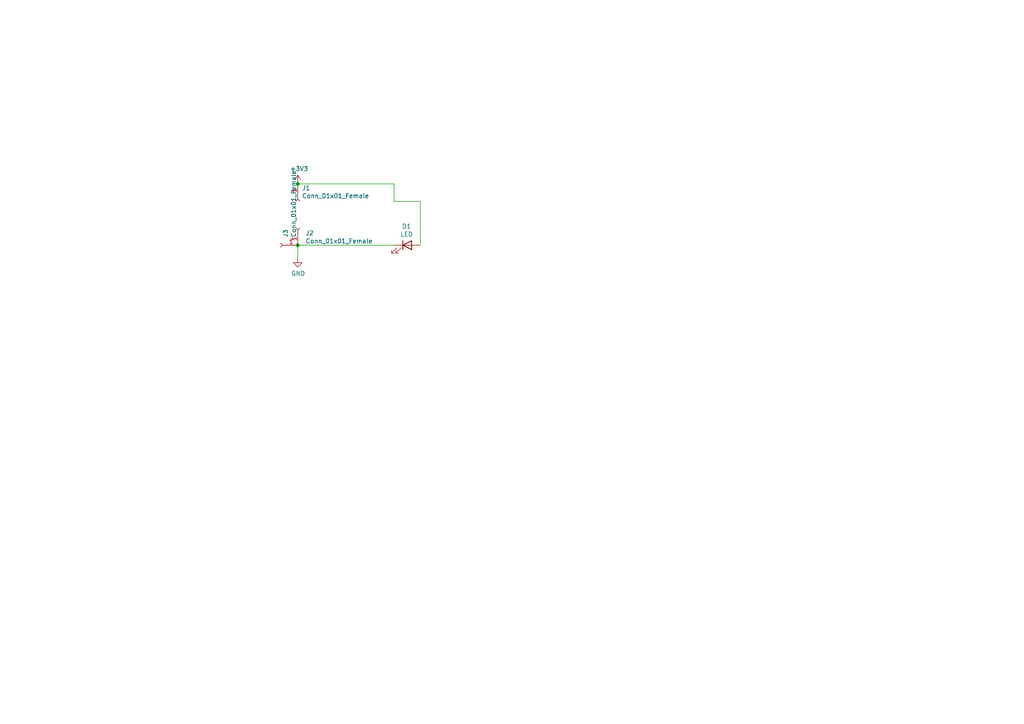
<source format=kicad_sch>
(kicad_sch (version 20200602) (host eeschema "(5.99.0-1908-g4357c1d3b)")
  (page 1 1)
  (paper "A4")
  (lib_symbols
    (symbol "Connector:Conn_01x01_Female" (pin_names hide)
      (property "Reference" "J" (at 0 2.54 0))
      (property "Value" "Conn_01x01_Female" (at 0 -2.54 0))
      (symbol "Conn_01x01_Female_1_1"
        (arc (start 0 0.508) (end 0 -0.508) (radius (at 0 0) (length 0.508) (angles 90.1 -90.1)) (stroke (width 0.1524)))
        (polyline (pts (xy -1.27 0) (xy -0.508 0)) (stroke (width 0.1524)))
        (pin passive line (at -5.08 0 0) (length 3.81) (name "Pin_1") (number "1"))
      )
    )
    (symbol "Device:LED" (pin_numbers hide) (pin_names hide)
      (property "Reference" "D" (at 0 2.54 0))
      (property "Value" "LED" (at 0 -2.54 0))
      (symbol "LED_0_1"
        (polyline (pts (xy -1.27 -1.27) (xy -1.27 1.27)) (stroke (width 0.254)))
        (polyline (pts (xy -1.27 0) (xy 1.27 0)))
        (polyline (pts (xy 1.27 -1.27) (xy 1.27 1.27) (xy -1.27 0) (xy 1.27 -1.27)) (stroke (width 0.254)))
        (polyline (pts (xy -3.048 -0.762) (xy -4.572 -2.286) (xy -3.81 -2.286) (xy -4.572 -2.286) (xy -4.572 -1.524)))
        (polyline (pts (xy -1.778 -0.762) (xy -3.302 -2.286) (xy -2.54 -2.286) (xy -3.302 -2.286) (xy -3.302 -1.524)))
      )
      (symbol "LED_1_1"
        (pin passive line (at -3.81 0 0) (length 2.54) (name "K") (number "1"))
        (pin passive line (at 3.81 0 180) (length 2.54) (name "A") (number "2"))
      )
    )
    (symbol "power:+3.3V" (power) (pin_names (offset 0))
      (property "Value" "+3.3V" (at 0 3.556 0))
      (symbol "+3.3V_0_1"
        (polyline (pts (xy -0.762 1.27) (xy 0 2.54)))
        (polyline (pts (xy 0 0) (xy 0 2.54)))
        (polyline (pts (xy 0 2.54) (xy 0.762 1.27)))
      )
      (symbol "+3.3V_1_1"
        (pin power_in line (at 0 0 90) (length 0) hide (name "+3V3") (number "1"))
      )
    )
    (symbol "power:GND" (power) (pin_names (offset 0))
      (property "Value" "GND" (at 0 -3.81 0))
      (symbol "GND_0_1"
        (polyline (pts (xy 0 0) (xy 0 -1.27) (xy 1.27 -1.27) (xy 0 -2.54) (xy -1.27 -1.27) (xy 0 -1.27)))
      )
      (symbol "GND_1_1"
        (pin power_in line (at 0 0 270) (length 0) hide (name "GND") (number "1"))
      )
    )
  )
  (junction (at 86.36 53.34))
  (junction (at 86.36 71.12))
  (wire (pts (xy 86.36 53.34) (xy 114.3 53.34)))
  (wire (pts (xy 86.36 71.12) (xy 86.36 74.93)))
  (wire (pts (xy 86.36 71.12) (xy 110.49 71.12)))
  (wire (pts (xy 110.49 71.12) (xy 114.3 71.12)))
  (wire (pts (xy 114.3 53.34) (xy 114.3 58.42)))
  (wire (pts (xy 114.3 58.42) (xy 121.92 58.42)))
  (wire (pts (xy 121.92 58.42) (xy 121.92 71.12)))
  (symbol (lib_id "power:+3.3V") (at 86.36 53.34 0) (unit 1)
    (property "Reference" "#PWR0101" (effects hide))
    (property "Value" "+3.3V" (at 86.741 48.9458 0))
  )
  (symbol (lib_id "power:GND") (at 86.36 74.93 0) (unit 1)
    (property "Reference" "#PWR0102" (effects hide))
    (property "Value" "GND" (at 86.487 79.3242 0))
  )
  (symbol (lib_id "Connector:Conn_01x01_Female") (at 81.28 71.12 180) (unit 1)
    (property "Reference" "J3" (at 82.8548 68.8848 90) (effects (justify right)))
    (property "Value" "Conn_01x01_Female" (at 85.1662 68.8848 90) (effects (justify right)))
    (property "Footprint" "Symbol:OSHW-Logo2_7.3x6mm_Copper" (effects hide))
  )
  (symbol (lib_id "Connector:Conn_01x01_Female") (at 86.36 58.42 270) (unit 1)
    (property "Reference" "J1" (at 87.5792 54.5084 90) (effects (justify left)))
    (property "Value" "Conn_01x01_Female" (at 87.5792 56.8198 90) (effects (justify left)))
    (property "Footprint" "Symbol:OSHW-Logo2_7.3x6mm_Copper" (effects hide))
  )
  (symbol (lib_id "Connector:Conn_01x01_Female") (at 86.36 66.04 90) (unit 1)
    (property "Reference" "J2" (at 88.5952 67.6148 90) (effects (justify right)))
    (property "Value" "Conn_01x01_Female" (at 88.5952 69.9262 90) (effects (justify right)))
    (property "Footprint" "Symbol:OSHW-Logo2_7.3x6mm_Copper" (effects hide))
  )
  (symbol (lib_id "Device:LED") (at 118.11 71.12 0) (unit 1)
    (property "Reference" "D1" (at 117.9322 65.6336 0))
    (property "Value" "LED" (at 117.9322 67.945 0))
    (property "Footprint" "LED_SMD:LED_0603_1608Metric_Pad1.05x0.95mm_HandSolder" (effects hide))
  )
)
</source>
